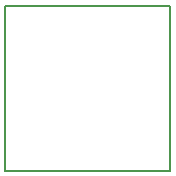
<source format=gbr>
%TF.GenerationSoftware,KiCad,Pcbnew,(6.0.9)*%
%TF.CreationDate,2022-11-29T08:51:07+01:00*%
%TF.ProjectId,Diode_Board,44696f64-655f-4426-9f61-72642e6b6963,rev?*%
%TF.SameCoordinates,Original*%
%TF.FileFunction,Profile,NP*%
%FSLAX46Y46*%
G04 Gerber Fmt 4.6, Leading zero omitted, Abs format (unit mm)*
G04 Created by KiCad (PCBNEW (6.0.9)) date 2022-11-29 08:51:07*
%MOMM*%
%LPD*%
G01*
G04 APERTURE LIST*
%TA.AperFunction,Profile*%
%ADD10C,0.200000*%
%TD*%
G04 APERTURE END LIST*
D10*
X116840000Y-88900000D02*
X130810000Y-88900000D01*
X130810000Y-88900000D02*
X130810000Y-102870000D01*
X130810000Y-102870000D02*
X116840000Y-102870000D01*
X116840000Y-102870000D02*
X116840000Y-88900000D01*
M02*

</source>
